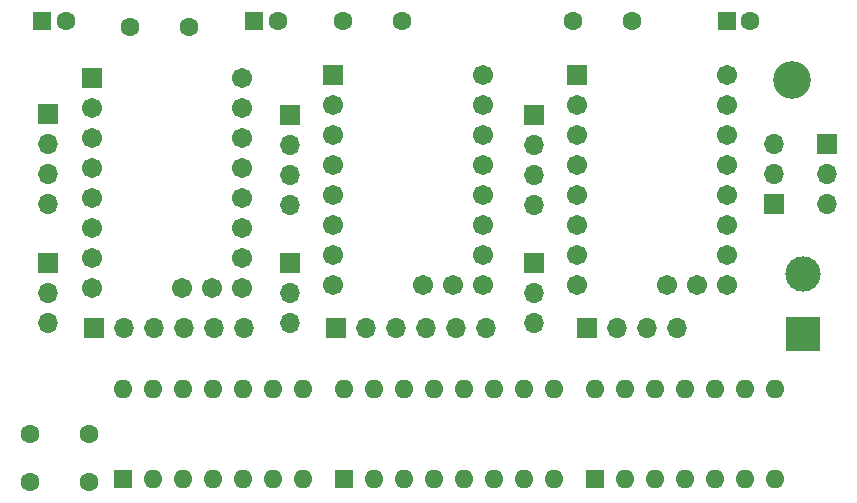
<source format=gbr>
%TF.GenerationSoftware,KiCad,Pcbnew,8.0.4-8.0.4-0~ubuntu24.04.1*%
%TF.CreationDate,2024-08-20T13:37:47+02:00*%
%TF.ProjectId,motor-driver-breakout,6d6f746f-722d-4647-9269-7665722d6272,rev?*%
%TF.SameCoordinates,Original*%
%TF.FileFunction,Soldermask,Bot*%
%TF.FilePolarity,Negative*%
%FSLAX46Y46*%
G04 Gerber Fmt 4.6, Leading zero omitted, Abs format (unit mm)*
G04 Created by KiCad (PCBNEW 8.0.4-8.0.4-0~ubuntu24.04.1) date 2024-08-20 13:37:47*
%MOMM*%
%LPD*%
G01*
G04 APERTURE LIST*
G04 Aperture macros list*
%AMRoundRect*
0 Rectangle with rounded corners*
0 $1 Rounding radius*
0 $2 $3 $4 $5 $6 $7 $8 $9 X,Y pos of 4 corners*
0 Add a 4 corners polygon primitive as box body*
4,1,4,$2,$3,$4,$5,$6,$7,$8,$9,$2,$3,0*
0 Add four circle primitives for the rounded corners*
1,1,$1+$1,$2,$3*
1,1,$1+$1,$4,$5*
1,1,$1+$1,$6,$7*
1,1,$1+$1,$8,$9*
0 Add four rect primitives between the rounded corners*
20,1,$1+$1,$2,$3,$4,$5,0*
20,1,$1+$1,$4,$5,$6,$7,0*
20,1,$1+$1,$6,$7,$8,$9,0*
20,1,$1+$1,$8,$9,$2,$3,0*%
G04 Aperture macros list end*
%ADD10R,1.700000X1.700000*%
%ADD11O,1.700000X1.700000*%
%ADD12R,3.000000X3.000000*%
%ADD13C,3.000000*%
%ADD14R,1.600000X1.600000*%
%ADD15C,1.600000*%
%ADD16C,1.712000*%
%ADD17RoundRect,0.102000X-0.754000X-0.754000X0.754000X-0.754000X0.754000X0.754000X-0.754000X0.754000X0*%
%ADD18O,1.600000X1.600000*%
%ADD19C,3.200000*%
G04 APERTURE END LIST*
D10*
%TO.C,J13*%
X202200000Y-59000000D03*
D11*
X204740000Y-59000000D03*
X207280000Y-59000000D03*
X209820000Y-59000000D03*
%TD*%
D12*
%TO.C,J12*%
X220500000Y-59540000D03*
D13*
X220500000Y-54460000D03*
%TD*%
D14*
%TO.C,C1*%
X214000000Y-33000000D03*
D15*
X216000000Y-33000000D03*
%TD*%
%TO.C,C4*%
X201000000Y-33000000D03*
X206000000Y-33000000D03*
%TD*%
D16*
%TO.C,U6*%
X190810000Y-55390000D03*
X188270000Y-55390000D03*
X193350000Y-55390000D03*
X193350000Y-52850000D03*
X193350000Y-50310000D03*
X193350000Y-47770000D03*
X193350000Y-45230000D03*
X193350000Y-42690000D03*
X193350000Y-40150000D03*
X193350000Y-37610000D03*
X180650000Y-55390000D03*
X180650000Y-52850000D03*
X180650000Y-50310000D03*
X180650000Y-47770000D03*
X180650000Y-45230000D03*
X180650000Y-42690000D03*
X180650000Y-40150000D03*
D17*
X180650000Y-37610000D03*
%TD*%
D14*
%TO.C,U3*%
X181600000Y-71800000D03*
D18*
X184140000Y-71800000D03*
X186680000Y-71800000D03*
X189220000Y-71800000D03*
X191760000Y-71800000D03*
X194300000Y-71800000D03*
X196840000Y-71800000D03*
X199380000Y-71800000D03*
X199380000Y-64180000D03*
X196840000Y-64180000D03*
X194300000Y-64180000D03*
X191760000Y-64180000D03*
X189220000Y-64180000D03*
X186680000Y-64180000D03*
X184140000Y-64180000D03*
X181600000Y-64180000D03*
%TD*%
D10*
%TO.C,J1*%
X218000000Y-48540000D03*
D11*
X218000000Y-46000000D03*
X218000000Y-43460000D03*
%TD*%
D10*
%TO.C,J7*%
X156500000Y-40905000D03*
D11*
X156500000Y-43445000D03*
X156500000Y-45985000D03*
X156500000Y-48525000D03*
%TD*%
D15*
%TO.C,C2*%
X181500000Y-33000000D03*
X186500000Y-33000000D03*
%TD*%
%TO.C,C6*%
X163500000Y-33500000D03*
X168500000Y-33500000D03*
%TD*%
D14*
%TO.C,U2*%
X202875000Y-71800000D03*
D18*
X205415000Y-71800000D03*
X207955000Y-71800000D03*
X210495000Y-71800000D03*
X213035000Y-71800000D03*
X215575000Y-71800000D03*
X218115000Y-71800000D03*
X218115000Y-64180000D03*
X215575000Y-64180000D03*
X213035000Y-64180000D03*
X210495000Y-64180000D03*
X207955000Y-64180000D03*
X205415000Y-64180000D03*
X202875000Y-64180000D03*
%TD*%
D10*
%TO.C,J10*%
X222500000Y-43460000D03*
D11*
X222500000Y-46000000D03*
X222500000Y-48540000D03*
%TD*%
D10*
%TO.C,J11*%
X160420000Y-59000000D03*
D11*
X162960000Y-59000000D03*
X165500000Y-59000000D03*
X168040000Y-59000000D03*
X170580000Y-59000000D03*
X173120000Y-59000000D03*
%TD*%
D10*
%TO.C,J8*%
X177000000Y-40945000D03*
D11*
X177000000Y-43485000D03*
X177000000Y-46025000D03*
X177000000Y-48565000D03*
%TD*%
D14*
%TO.C,C5*%
X156044888Y-33000000D03*
D15*
X158044888Y-33000000D03*
%TD*%
D14*
%TO.C,U5*%
X162875000Y-71800000D03*
D18*
X165415000Y-71800000D03*
X167955000Y-71800000D03*
X170495000Y-71800000D03*
X173035000Y-71800000D03*
X175575000Y-71800000D03*
X178115000Y-71800000D03*
X178115000Y-64180000D03*
X175575000Y-64180000D03*
X173035000Y-64180000D03*
X170495000Y-64180000D03*
X167955000Y-64180000D03*
X165415000Y-64180000D03*
X162875000Y-64180000D03*
%TD*%
D10*
%TO.C,J4*%
X180880000Y-59000000D03*
D11*
X183420000Y-59000000D03*
X185960000Y-59000000D03*
X188500000Y-59000000D03*
X191040000Y-59000000D03*
X193580000Y-59000000D03*
%TD*%
D17*
%TO.C,U7*%
X201300000Y-37610000D03*
D16*
X201300000Y-40150000D03*
X201300000Y-42690000D03*
X201300000Y-45230000D03*
X201300000Y-47770000D03*
X201300000Y-50310000D03*
X201300000Y-52850000D03*
X201300000Y-55390000D03*
X214000000Y-37610000D03*
X214000000Y-40150000D03*
X214000000Y-42690000D03*
X214000000Y-45230000D03*
X214000000Y-47770000D03*
X214000000Y-50310000D03*
X214000000Y-52850000D03*
X214000000Y-55390000D03*
X208920000Y-55390000D03*
X211460000Y-55390000D03*
%TD*%
D19*
%TO.C,REF\u002A\u002A*%
X219500000Y-38000000D03*
%TD*%
D10*
%TO.C,J5*%
X156500000Y-53525000D03*
D11*
X156500000Y-56065000D03*
X156500000Y-58605000D03*
%TD*%
D14*
%TO.C,C3*%
X174000000Y-33000000D03*
D15*
X176000000Y-33000000D03*
%TD*%
%TO.C,C8*%
X160000000Y-68000000D03*
X155000000Y-68000000D03*
%TD*%
D10*
%TO.C,J3*%
X177000000Y-53525000D03*
D11*
X177000000Y-56065000D03*
X177000000Y-58605000D03*
%TD*%
D10*
%TO.C,J9*%
X197650000Y-40945000D03*
D11*
X197650000Y-43485000D03*
X197650000Y-46025000D03*
X197650000Y-48565000D03*
%TD*%
D15*
%TO.C,C7*%
X160000000Y-72000000D03*
X155000000Y-72000000D03*
%TD*%
D10*
%TO.C,J6*%
X197650000Y-53485000D03*
D11*
X197650000Y-56025000D03*
X197650000Y-58565000D03*
%TD*%
D17*
%TO.C,U4*%
X160300000Y-37800000D03*
D16*
X160300000Y-40340000D03*
X160300000Y-42880000D03*
X160300000Y-45420000D03*
X160300000Y-47960000D03*
X160300000Y-50500000D03*
X160300000Y-53040000D03*
X160300000Y-55580000D03*
X173000000Y-37800000D03*
X173000000Y-40340000D03*
X173000000Y-42880000D03*
X173000000Y-45420000D03*
X173000000Y-47960000D03*
X173000000Y-50500000D03*
X173000000Y-53040000D03*
X173000000Y-55580000D03*
X167920000Y-55580000D03*
X170460000Y-55580000D03*
%TD*%
M02*

</source>
